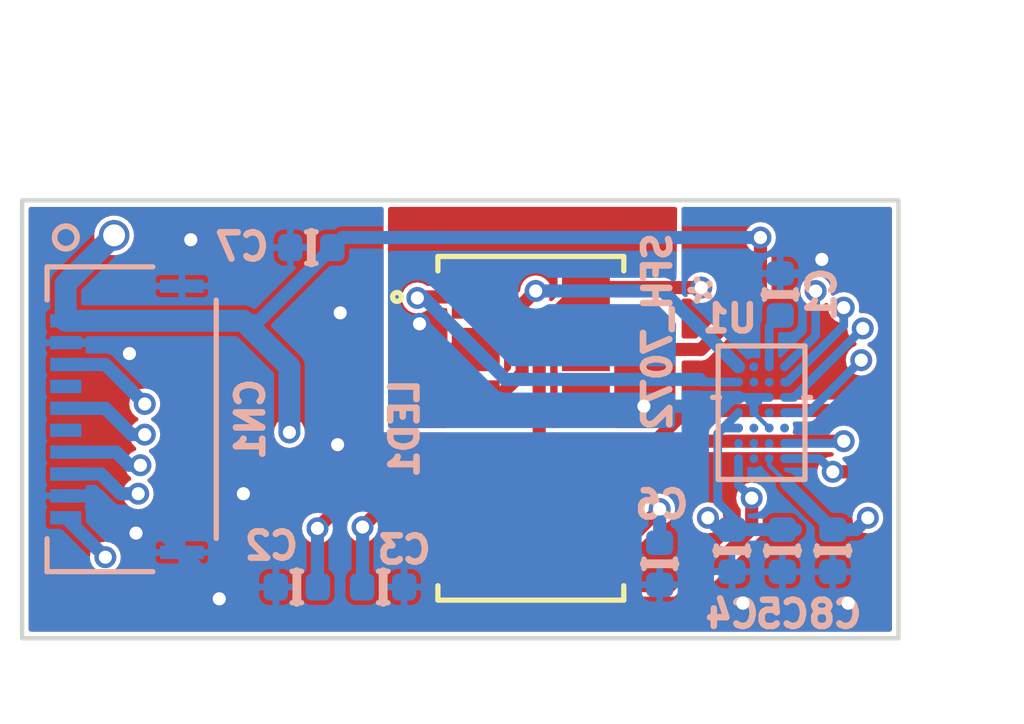
<source format=kicad_pcb>
(kicad_pcb (version 20211014) (generator pcbnew)
  (layers (0 "F.Cu" signal) (1 "In1.Cu" signal) (2 "In2.Cu" signal) (31 "B.Cu" signal) (34 "B.Paste" user) (35 "F.Paste" user) (36 "B.SilkS" user "B.Silkscreen") (37 "F.SilkS" user "F.Silkscreen") (38 "B.Mask" user) (39 "F.Mask" user) (44 "Edge.Cuts" user))
  (net 0 "")
  (net 1 "Net-(C1-Pad1)")
  (net 2 "U_GND")
  (net 3 "+1V8")
  (net 4 "VPP_3_3V")
  (net 5 "/PPG_SCLK")
  (net 6 "/PPG_MISO")
  (net 8 "/PPG_MOSI")
  (net 10 "/PPG_CS")
  (net 11 "/PD2_IN")
  (net 12 "/PD1_IN")
  (net 13 "/LED4_DRV")
  (net 14 "/LED9_DRV")
  (net 15 "/LED3_DRV")
  (net 24 "/PD3_IN")
  (footprint "User_library:SFH 7072" (layer "F.Cu") (at 126.61 60.20635)
    (fp_text reference "LED1" (at -2.88 0.00365 90) (layer "B.SilkS") (effects (font (size 0.6 0.6)) (justify mirror)))
    (fp_text value "SFH_7072" (at 2.89 -2.20635 90) (layer "B.SilkS") (effects (font (size 0.6 0.6)) (justify mirror)))
    (fp_line (start 2.1209 3.9243) (end 2.1209 3.594846) (layer "F.SilkS") (width 0.12))
    (fp_line (start -2.1209 -3.9243) (end -2.1209 -3.594846) (layer "F.SilkS") (width 0.12))
    (fp_line (start -2.1209 3.9243) (end 2.1209 3.9243) (layer "F.SilkS") (width 0.12))
    (fp_line (start 2.1209 -3.594849) (end 2.1209 -3.9243) (layer "F.SilkS") (width 0.12))
    (fp_line (start 2.1209 -3.9243) (end -2.1209 -3.9243) (layer "F.SilkS") (width 0.12))
    (fp_line (start -2.1209 3.594849) (end -2.1209 3.9243) (layer "F.SilkS") (width 0.12))
    (fp_circle (center -3.0542 -2.999999) (end -2.9526 -2.999999) (layer "F.SilkS") (width 0.12) (fill none))
    (pad "1" smd rect (at -1.2573 -2.999999) (size 1.0922 0.9906) (layers "F.Cu" "F.Paste" "F.Mask") (net 11 "/PD2_IN"))
    (pad "2" smd rect (at -1.2573 -1.799999) (size 1.0922 0.9906) (layers "F.Cu" "F.Paste" "F.Mask") (net 2 "U_GND"))
    (pad "3" smd rect (at -1.2573 -0.599999) (size 1.0922 0.9906) (layers "F.Cu" "F.Paste" "F.Mask") (net 12 "/PD1_IN"))
    (pad "4" smd rect (at -1.2573 0.600001) (size 1.0922 0.9906) (layers "F.Cu" "F.Paste" "F.Mask") (net 4 "VPP_3_3V"))
    (pad "5" smd rect (at -1.2573 1.800001) (size 1.0922 0.9906) (layers "F.Cu" "F.Paste" "F.Mask") (net 4 "VPP_3_3V"))
    (pad "6" smd rect (at -1.2573 3.000002) (size 1.0922 0.9906) (layers "F.Cu" "F.Paste" "F.Mask") (net 13 "/LED4_DRV"))
    (pad "7" smd rect (at 1.2573 2.999999) (size 1.0922 0.9906) (layers "F.Cu" "F.Paste" "F.Mask") (net 4 "VPP_3_3V"))
    (pad "8" smd rect (at 1.2573 1.799999) (size 1.0922 0.9906) (layers "F.Cu" "F.Paste" "F.Mask") (net 14 "/LED9_DRV"))
    (pad "9" smd rect (at 1.2573 0.599999) (size 1.0922 0.9906) (layers "F.Cu" "F.Paste" "F.Mask") (net 15 "/LED3_DRV"))
    (pad "10" smd rect (at 1.2573 -0.600001) (size 1.0922 0.9906) (layers "F.Cu" "F.Paste" "F.Mask") (net 2 "U_GND"))
    (pad "11" smd rect (at 1.2573 -1.800001) (size 1.0922 0.9906) (layers "F.Cu" "F.Paste" "F.Mask") (net 4 "VPP_3_3V"))
    (pad "12" smd rect (at 1.2573 -3.000002) (size 1.0922 0.9906) (layers "F.Cu" "F.Paste" "F.Mask") (net 13 "/LED4_DRV"))
  )
  (footprint "User_library:UL_C_0402_1005Metric" (layer "B.Cu") (at 133.5 63 -90)
    (fp_text reference "C8" (at 1.45 -0.05 180) (layer "B.SilkS") (effects (font (size 0.6 0.6)) (justify mirror)))
    (fp_text value "10u")
    (fp_line (start 0 0.35) (end 0 -0.35) (layer "B.SilkS") (width 0.2))
    (fp_line (start -0.107836 0.36) (end 0.107836 0.36) (layer "B.SilkS") (width 0.12))
    (fp_line (start -0.107836 -0.36) (end 0.107836 -0.36) (layer "B.SilkS") (width 0.12))
    (pad "1" smd roundrect locked (at -0.48 0 270) (size 0.56 0.62) (layers "B.Cu" "B.Paste" "B.Mask") (net 4 "VPP_3_3V"))
    (pad "2" smd roundrect locked (at 0.48 0 270) (size 0.56 0.62) (layers "B.Cu" "B.Paste" "B.Mask") (net 2 "U_GND"))
  )
  (footprint "User_library:UL_C_0402_1005Metric" (layer "B.Cu") (at 131.2 63 -90)
    (fp_text reference "C4" (at 1.45 0 180) (layer "B.SilkS") (effects (font (size 0.6 0.6)) (justify mirror)))
    (fp_text value "10u")
    (fp_line (start 0 0.35) (end 0 -0.35) (layer "B.SilkS") (width 0.2))
    (fp_line (start -0.107836 -0.36) (end 0.107836 -0.36) (layer "B.SilkS") (width 0.12))
    (fp_line (start -0.107836 0.36) (end 0.107836 0.36) (layer "B.SilkS") (width 0.12))
    (pad "1" smd roundrect locked (at -0.48 0 270) (size 0.56 0.62) (layers "B.Cu" "B.Paste" "B.Mask") (net 3 "+1V8"))
    (pad "2" smd roundrect locked (at 0.48 0 270) (size 0.56 0.62) (layers "B.Cu" "B.Paste" "B.Mask") (net 2 "U_GND"))
  )
  (footprint "User_library:UL_C_0402_1005Metric" (layer "B.Cu") (at 132.3 57.15 90)
    (fp_text reference "C1" (at 0 0.95 90) (layer "B.SilkS") (effects (font (size 0.6 0.6)) (justify mirror)))
    (fp_text value "1u")
    (fp_line (start -0.107836 0.36) (end 0.107836 0.36) (layer "B.SilkS") (width 0.12))
    (fp_line (start -0.107836 -0.36) (end 0.107836 -0.36) (layer "B.SilkS") (width 0.12))
    (fp_line (start 0 0.35) (end 0 -0.35) (layer "B.SilkS") (width 0.2))
    (pad "1" smd roundrect locked (at -0.48 0 90) (size 0.56 0.62) (layers "B.Cu" "B.Paste" "B.Mask") (net 1 "Net-(C1-Pad1)"))
    (pad "2" smd roundrect locked (at 0.48 0 90) (size 0.56 0.62) (layers "B.Cu" "B.Paste" "B.Mask") (net 2 "U_GND"))
  )
  (footprint "User_library:UL_C_0402_1005Metric" (layer "B.Cu") (at 121.6 56.08 180)
    (fp_text reference "C7" (at 1.58 0.02) (layer "B.SilkS") (effects (font (size 0.6 0.6)) (justify mirror)))
    (fp_text value "22u")
    (fp_line (start -0.107836 -0.36) (end 0.107836 -0.36) (layer "B.SilkS") (width 0.12))
    (fp_line (start -0.107836 0.36) (end 0.107836 0.36) (layer "B.SilkS") (width 0.12))
    (fp_line (start 0 0.35) (end 0 -0.35) (layer "B.SilkS") (width 0.2))
    (pad "1" smd roundrect locked (at -0.48 0 180) (size 0.56 0.62) (layers "B.Cu" "B.Paste" "B.Mask") (net 4 "VPP_3_3V"))
    (pad "2" smd roundrect locked (at 0.48 0 180) (size 0.56 0.62) (layers "B.Cu" "B.Paste" "B.Mask") (net 2 "U_GND"))
  )
  (footprint "User_library:UL_C_0402_1005Metric" (layer "B.Cu") (at 123.24 63.83)
    (fp_text reference "C3" (at 0.48 -0.85) (layer "B.SilkS") (effects (font (size 0.6 0.6)) (justify mirror)))
    (fp_text value "22u")
    (fp_line (start 0 0.35) (end 0 -0.35) (layer "B.SilkS") (width 0.2))
    (fp_line (start -0.107836 0.36) (end 0.107836 0.36) (layer "B.SilkS") (width 0.12))
    (fp_line (start -0.107836 -0.36) (end 0.107836 -0.36) (layer "B.SilkS") (width 0.12))
    (pad "1" smd roundrect locked (at -0.48 0) (size 0.56 0.62) (layers "B.Cu" "B.Paste" "B.Mask") (net 4 "VPP_3_3V"))
    (pad "2" smd roundrect locked (at 0.48 0) (size 0.56 0.62) (layers "B.Cu" "B.Paste" "B.Mask") (net 2 "U_GND"))
  )
  (footprint "User_library:UL_C_0402_1005Metric" (layer "B.Cu") (at 132.35 63 -90)
    (fp_text reference "C5" (at 1.45 0 180) (layer "B.SilkS") (effects (font (size 0.6 0.6)) (justify mirror)))
    (fp_text value "0.1u")
    (fp_line (start -0.107836 -0.36) (end 0.107836 -0.36) (layer "B.SilkS") (width 0.12))
    (fp_line (start 0 0.35) (end 0 -0.35) (layer "B.SilkS") (width 0.2))
    (fp_line (start -0.107836 0.36) (end 0.107836 0.36) (layer "B.SilkS") (width 0.12))
    (pad "1" smd roundrect locked (at -0.48 0 270) (size 0.56 0.62) (layers "B.Cu" "B.Paste" "B.Mask") (net 3 "+1V8"))
    (pad "2" smd roundrect locked (at 0.48 0 270) (size 0.56 0.62) (layers "B.Cu" "B.Paste" "B.Mask") (net 2 "U_GND"))
  )
  (footprint "User_library:UL_C_0402_1005Metric" (layer "B.Cu") (at 129.55 63.3 -90)
    (fp_text reference "C6" (at -1.35 -0.05 -180) (layer "B.SilkS") (effects (font (size 0.6 0.6)) (justify mirror)))
    (fp_text value "22u")
    (fp_line (start 0 0.35) (end 0 -0.35) (layer "B.SilkS") (width 0.2))
    (fp_line (start -0.107836 0.36) (end 0.107836 0.36) (layer "B.SilkS") (width 0.12))
    (fp_line (start -0.107836 -0.36) (end 0.107836 -0.36) (layer "B.SilkS") (width 0.12))
    (pad "1" smd roundrect locked (at -0.48 0 270) (size 0.56 0.62) (layers "B.Cu" "B.Paste" "B.Mask") (net 4 "VPP_3_3V"))
    (pad "2" smd roundrect locked (at 0.48 0 270) (size 0.56 0.62) (layers "B.Cu" "B.Paste" "B.Mask") (net 2 "U_GND"))
  )
  (footprint "User_library:MAX86171ENI&plus_" (layer "B.Cu") (at 131.875 59.85 90)
    (fp_text reference "U1" (at 2.15 -0.725 180) (layer "B.SilkS") (effects (font (size 0.6 0.6)) (justify mirror)))
    (fp_text value "MAX86171ENI+" hide)
    (fp_text user "*" (at 2.8 -1.075 90) (layer "B.SilkS") (effects (justify mirror)))
    (fp_line (start 0.350012 0.95934) (end 0.350012 1.1176) (layer "B.SilkS") (width 0.12))
    (fp_line (start 0.350012 -0.95934) (end 0.350012 -1.1176) (layer "B.SilkS") (width 0.12))
    (fp_line (start -1.524 -0.9906) (end 1.524 -0.9906) (layer "B.SilkS") (width 0.12))
    (fp_line (start 1.524 -0.9906) (end 1.524 0.9906) (layer "B.SilkS") (width 0.12))
    (fp_line (start -1.524 0.9906) (end -1.524 -0.9906) (layer "B.SilkS") (width 0.12))
    (fp_line (start 1.524 0.9906) (end -1.524 0.9906) (layer "B.SilkS") (width 0.12))
    (pad "A1" smd circle (at -1.05 0.525 90) (size 0.2032 0.2032) (layers "B.Cu" "B.Paste" "B.Mask") (net 15 "/LED3_DRV"))
    (pad "A2" smd circle (at -0.7 0.525 90) (size 0.2032 0.2032) (layers "B.Cu" "B.Paste" "B.Mask") (net 14 "/LED9_DRV"))
    (pad "A3" smd circle (at -0.35 0.525 90) (size 0.2032 0.2032) (layers "B.Cu" "B.Paste" "B.Mask"))
    (pad "A4" smd circle (at 0 0.525 90) (size 0.2032 0.2032) (layers "B.Cu" "B.Paste" "B.Mask") (net 5 "/PPG_SCLK"))
    (pad "A5" smd circle (at 0.35 0.525 90) (size 0.2032 0.2032) (layers "B.Cu" "B.Paste" "B.Mask") (net 6 "/PPG_MISO"))
    (pad "A6" smd circle (at 0.7 0.525 90) (size 0.2032 0.2032) (layers "B.Cu" "B.Paste" "B.Mask") (net 8 "/PPG_MOSI"))
    (pad "A7" smd circle (at 1.05 0.525 90) (size 0.2032 0.2032) (layers "B.Cu" "B.Paste" "B.Mask") (net 10 "/PPG_CS"))
    (pad "B1" smd circle (at -1.05 0.175 90) (size 0.2032 0.2032) (layers "B.Cu" "B.Paste" "B.Mask") (net 4 "VPP_3_3V"))
    (pad "B2" smd circle (at -0.7 0.175 90) (size 0.2032 0.2032) (layers "B.Cu" "B.Paste" "B.Mask"))
    (pad "B3" smd circle (at -0.35 0.175 90) (size 0.2032 0.2032) (layers "B.Cu" "B.Paste" "B.Mask") (net 2 "U_GND"))
    (pad "B4" smd circle (at 0 0.175 90) (size 0.2032 0.2032) (layers "B.Cu" "B.Paste" "B.Mask"))
    (pad "B5" smd circle (at 0.35 0.175 90) (size 0.2032 0.2032) (layers "B.Cu" "B.Paste" "B.Mask") (net 2 "U_GND"))
    (pad "B6" smd circle (at 0.7 0.175 90) (size 0.2032 0.2032) (layers "B.Cu" "B.Paste" "B.Mask"))
    (pad "B7" smd circle (at 1.05 0.175 90) (size 0.2032 0.2032) (layers "B.Cu" "B.Paste" "B.Mask") (net 1 "Net-(C1-Pad1)"))
    (pad "C1" smd circle (at -1.05 -0.175 90) (size 0.2032 0.2032) (layers "B.Cu" "B.Paste" "B.Mask"))
    (pad "C2" smd circle (at -0.7 -0.175 90) (size 0.2032 0.2032) (layers "B.Cu" "B.Paste" "B.Mask"))
    (pad "C3" smd circle (at -0.35 -0.175 90) (size 0.2032 0.2032) (layers "B.Cu" "B.Paste" "B.Mask"))
    (pad "C4" smd circle (at 0 -0.175 90) (size 0.2032 0.2032) (layers "B.Cu" "B.Paste" "B.Mask") (net 2 "U_GND"))
    (pad "C5" smd circle (at 0.35 -0.175 90) (size 0.2032 0.2032) (layers "B.Cu" "B.Paste" "B.Mask") (net 2 "U_GND"))
    (pad "C6" smd circle (at 0.7 -0.175 90) (size 0.2032 0.2032) (layers "B.Cu" "B.Paste" "B.Mask"))
    (pad "C7" smd circle (at 1.05 -0.175 90) (size 0.2032 0.2032) (layers "B.Cu" "B.Paste" "B.Mask") (net 24 "/PD3_IN"))
    (pad "D1" smd circle (at -1.05 -0.525 90) (size 0.2032 0.2032) (layers "B.Cu" "B.Paste" "B.Mask") (net 13 "/LED4_DRV"))
    (pad "D2" smd circle (at -0.7 -0.525 90) (size 0.2032 0.2032) (layers "B.Cu" "B.Paste" "B.Mask"))
    (pad "D3" smd circle (at -0.35 -0.525 90) (size 0.2032 0.2032) (layers "B.Cu" "B.Paste" "B.Mask") (net 3 "+1V8"))
    (pad "D4" smd circle (at 0 -0.525 90) (size 0.2032 0.2032) (layers "B.Cu" "B.Paste" "B.Mask") (net 3 "+1V8"))
    (pad "D5" smd circle (at 0.35 -0.525 90) (size 0.2032 0.2032) (layers "B.Cu" "B.Paste" "B.Mask") (net 2 "U_GND"))
    (pad "D6" smd circle (at 0.7 -0.525 90) (size 0.2032 0.2032) (layers "B.Cu" "B.Paste" "B.Mask") (net 11 "/PD2_IN"))
    (pad "D7" smd circle (at 1.05 -0.525 90) (size 0.2032 0.2032) (layers "B.Cu" "B.Paste" "B.Mask") (net 12 "/PD1_IN"))
  )
  (footprint "User_library:UL_C_0402_1005Metric" (layer "B.Cu") (at 121.27 63.83 180)
    (fp_text reference "C2" (at 0.58 0.94) (layer "B.SilkS") (effects (font (size 0.6 0.6)) (justify mirror)))
    (fp_text value "22u")
    (fp_line (start -0.107836 0.36) (end 0.107836 0.36) (layer "B.SilkS") (width 0.12))
    (fp_line (start -0.107836 -0.36) (end 0.107836 -0.36) (layer "B.SilkS") (width 0.12))
    (fp_line (start 0 0.35) (end 0 -0.35) (layer "B.SilkS") (width 0.2))
    (pad "1" smd roundrect locked (at -0.48 0 180) (size 0.56 0.62) (layers "B.Cu" "B.Paste" "B.Mask") (net 4 "VPP_3_3V"))
    (pad "2" smd roundrect locked (at 0.48 0 180) (size 0.56 0.62) (layers "B.Cu" "B.Paste" "B.Mask") (net 2 "U_GND"))
  )
  (footprint "User_library:503480-1000" (layer "B.Cu") (at 117.5 60 -90)
    (fp_text reference "CN1" (at 0 -2.71 90) (layer "B.SilkS") (effects (font (size 0.6 0.6)) (justify mirror)))
    (fp_text value "503480-1000")
    (fp_line (start 3.4798 -0.483615) (end 3.4798 1.9304) (layer "B.SilkS") (width 0.12))
    (fp_line (start -2.721821 -1.9304) (end 2.721821 -1.9304) (layer "B.SilkS") (width 0.12))
    (fp_line (start -2.72739 1.9304) (end -3.4798 1.9304) (layer "B.SilkS") (width 0.12))
    (fp_line (start 3.4798 1.9304) (end 2.72739 1.9304) (layer "B.SilkS") (width 0.12))
    (fp_line (start -3.4798 1.9304) (end -3.4798 -0.483615) (layer "B.SilkS") (width 0.12))
    (fp_circle (center -4.1578 1.5) (end -3.9 1.5) (layer "B.SilkS") (width 0.12) (fill none))
    (fp_circle (center -4.15 1.5034) (end -3.8922 1.5) (layer "F.SilkS") (width 0.12) (fill none))
    (pad "1" smd rect locked (at -2.250001 1.5034 270) (size 0.3048 0.7112) (layers "B.Cu" "B.Paste" "B.Mask") (net 4 "VPP_3_3V"))
    (pad "2" smd rect locked (at -1.749999 1.5034 270) (size 0.3048 0.7112) (layers "B.Cu" "B.Paste" "B.Mask") (net 2 "U_GND"))
    (pad "3" smd rect locked (at -1.25 1.5034 270) (size 0.3048 0.7112) (layers "B.Cu" "B.Paste" "B.Mask") (net 10 "/PPG_CS"))
    (pad "4" smd rect locked (at -0.750001 1.5034 270) (size 0.3048 0.7112) (layers "B.Cu" "B.Paste" "B.Mask"))
    (pad "5" smd rect locked (at -0.25 1.5034 270) (size 0.3048 0.7112) (layers "B.Cu" "B.Paste" "B.Mask") (net 8 "/PPG_MOSI"))
    (pad "6" smd rect locked (at 0.25 1.5034 270) (size 0.3048 0.7112) (layers "B.Cu" "B.Paste" "B.Mask"))
    (pad "7" smd rect locked (at 0.750001 1.5034 270) (size 0.3048 0.7112) (layers "B.Cu" "B.Paste" "B.Mask") (net 6 "/PPG_MISO"))
    (pad "8" smd rect locked (at 1.25 1.5034 270) (size 0.3048 0.7112) (layers "B.Cu" "B.Paste" "B.Mask") (net 5 "/PPG_SCLK"))
    (pad "9" smd rect locked (at 1.749999 1.5034 270) (size 0.3048 0.7112) (layers "B.Cu" "B.Paste" "B.Mask") (net 2 "U_GND"))
    (pad "10" smd rect locked (at 2.250001 1.5034 270) (size 0.3048 0.7112) (layers "B.Cu" "B.Paste" "B.Mask") (net 3 "+1V8"))
    (pad "11" smd rect locked (at -3.040002 -1.1466 270) (size 0.3048 0.9906) (layers "B.Cu" "B.Paste" "B.Mask") (net 2 "U_GND"))
    (pad "12" smd rect locked (at 3.040002 -1.1466 270) (size 0.3048 0.9906) (layers "B.Cu" "B.Paste" "B.Mask") (net 2 "U_GND"))
  )
  (gr_rect (start 115 55) (end 135 65) (layer "Edge.Cuts") (width 0.1) (fill none))
  (segment (start 132.05 57.88) (end 132.3 57.63) (width 0.2) (layer "B.Cu") (net 1))
  (segment (start 132.05 58.8) (end 132.05 57.88) (width 0.2) (layer "B.Cu") (net 1))
  (segment (start 124.656351 58.406351) (end 125.3527 58.406351) (width 0.3) (layer "F.Cu") (net 2))
  (segment (start 124.07 57.82) (end 124.656351 58.406351) (width 0.3) (layer "F.Cu") (net 2))
  (segment (start 127.8673 59.606349) (end 129.096349 59.606349) (width 0.3) (layer "F.Cu") (net 2))
  (segment (start 129.096349 59.606349) (end 129.19 59.7) (width 0.3) (layer "F.Cu") (net 2))
  (via (at 133.85 64.2) (size 0.5) (drill 0.3) (layers "F.Cu" "B.Cu") (net 2))
  (via (at 124.07 57.82) (size 0.5) (drill 0.3) (layers "F.Cu" "B.Cu") (net 2))
  (via (at 122.26 57.57) (size 0.5) (drill 0.3) (layers "F.Cu" "B.Cu") (net 2))
  (via (at 133.25 56.35) (size 0.5) (drill 0.3) (layers "F.Cu" "B.Cu") (net 2))
  (via (at 119.5 64.1) (size 0.5) (drill 0.3) (layers "F.Cu" "B.Cu") (net 2))
  (via (at 118.85 55.9) (size 0.5) (drill 0.3) (layers "F.Cu" "B.Cu") (net 2))
  (via (at 117.6 62.6) (size 0.5) (drill 0.3) (layers "F.Cu" "B.Cu") (net 2))
  (via (at 131.45 64.2) (size 0.5) (drill 0.3) (layers "F.Cu" "B.Cu") (net 2))
  (via (at 117.45 58.5) (size 0.5) (drill 0.3) (layers "F.Cu" "B.Cu") (net 2))
  (via (at 129.19 59.7) (size 0.5) (drill 0.3) (layers "F.Cu" "B.Cu") (net 2))
  (via (at 120.05 61.7) (size 0.5) (drill 0.3) (layers "F.Cu" "B.Cu") (net 2))
  (via (at 122.2 60.58) (size 0.5) (drill 0.3) (layers "F.Cu" "B.Cu") (net 2))
  (segment (start 133.25 56.35) (end 132.93 56.67) (width 0.2) (layer "B.Cu") (net 2))
  (segment (start 117.6 62.6) (end 118.206598 62.6) (width 0.3) (layer "B.Cu") (net 2))
  (segment (start 131.200864 59.5) (end 131.000864 59.7) (width 0.3) (layer "B.Cu") (net 2))
  (segment (start 131.35 59.5) (end 131.200864 59.5) (width 0.3) (layer "B.Cu") (net 2))
  (segment (start 117.599136 62.6) (end 117.6 62.6) (width 0.3) (layer "B.Cu") (net 2))
  (segment (start 131.7 59.85) (end 131.7 59.5) (width 0.2) (layer "B.Cu") (net 2))
  (segment (start 131.000864 59.7) (end 129.19 59.7) (width 0.3) (layer "B.Cu") (net 2))
  (segment (start 119.5 63.893402) (end 118.6466 63.040002) (width 0.3) (layer "B.Cu") (net 2))
  (segment (start 117.200001 58.250001) (end 115.9966 58.250001) (width 0.2) (layer "B.Cu") (net 2))
  (segment (start 131.35 59.5) (end 131.7 59.5) (width 0.2) (layer "B.Cu") (net 2))
  (segment (start 120.05 61.7) (end 120.05 61.1) (width 0.3) (layer "B.Cu") (net 2))
  (segment (start 124.07 57.82) (end 125.95 59.7) (width 0.3) (layer "B.Cu") (net 2))
  (segment (start 132.93 56.67) (end 132.35 56.67) (width 0.2) (layer "B.Cu") (net 2))
  (segment (start 116.749135 61.749999) (end 117.599136 62.6) (width 0.3) (layer "B.Cu") (net 2))
  (segment (start 125.95 59.7) (end 129.19 59.7) (width 0.3) (layer "B.Cu") (net 2))
  (segment (start 119.5 64.1) (end 119.5 63.893402) (width 0.3) (layer "B.Cu") (net 2))
  (segment (start 131.7 59.5) (end 132.05 59.5) (width 0.2) (layer "B.Cu") (net 2))
  (segment (start 132.05 60.2) (end 131.7 59.85) (width 0.1) (layer "B.Cu") (net 2))
  (segment (start 120.05 61.1) (end 117.45 58.5) (width 0.3) (layer "B.Cu") (net 2))
  (segment (start 117.45 58.5) (end 117.200001 58.250001) (width 0.2) (layer "B.Cu") (net 2))
  (segment (start 115.9966 61.749999) (end 116.749135 61.749999) (width 0.3) (layer "B.Cu") (net 2))
  (segment (start 118.206598 62.6) (end 118.6466 63.040002) (width 0.3) (layer "B.Cu") (net 2))
  (via (at 130.65 62.25) (size 0.5) (drill 0.3) (layers "F.Cu" "B.Cu") (net 3))
  (via (at 116.9 63.15) (size 0.5) (drill 0.3) (layers "F.Cu" "B.Cu") (net 3))
  (segment (start 116.9 63.15) (end 116.000001 62.250001) (width 0.3) (layer "B.Cu") (net 3))
  (segment (start 130.92 62.52) (end 131.5 62.52) (width 0.3) (layer "B.Cu") (net 3))
  (segment (start 130.875 60.325) (end 130.875 61.895) (width 0.2) (layer "B.Cu") (net 3))
  (segment (start 116.000001 62.250001) (end 115.9966 62.250001) (width 0.3) (layer "B.Cu") (net 3))
  (segment (start 130.875 61.895) (end 131.5 62.52) (width 0.2) (layer "B.Cu") (net 3))
  (segment (start 130.875 60.325) (end 131.35 59.85) (width 0.2) (layer "B.Cu") (net 3))
  (segment (start 130.65 62.25) (end 130.92 62.52) (width 0.3) (layer "B.Cu") (net 3))
  (segment (start 131.5 62.52) (end 132.65 62.52) (width 0.3) (layer "B.Cu") (net 3))
  (segment (start 131.35 60.2) (end 131 60.2) (width 0.2) (layer "B.Cu") (net 3))
  (segment (start 128.393651 63.206349) (end 129.55 62.05) (width 0.3) (layer "F.Cu") (net 4))
  (segment (start 131.85 57.04952) (end 131.85 55.85) (width 0.3) (layer "F.Cu") (net 4))
  (segment (start 127.8673 63.206349) (end 128.393651 63.206349) (width 0.3) (layer "F.Cu") (net 4))
  (segment (start 130.493171 58.406349) (end 131.85 57.04952) (width 0.3) (layer "F.Cu") (net 4))
  (segment (start 127.8673 58.406349) (end 130.493171 58.406349) (width 0.3) (layer "F.Cu") (net 4))
  (segment (start 123.223649 62.006351) (end 125.3527 62.006351) (width 0.3) (layer "F.Cu") (net 4))
  (segment (start 121.74 62.49) (end 123.423649 60.806351) (width 0.3) (layer "F.Cu") (net 4))
  (segment (start 123.423649 60.806351) (end 125.3527 60.806351) (width 0.3) (layer "F.Cu") (net 4))
  (segment (start 122.77 62.46) (end 123.223649 62.006351) (width 0.3) (layer "F.Cu") (net 4))
  (via (at 121.1 60.3) (size 0.5) (drill 0.3) (layers "F.Cu" "B.Cu") (net 4))
  (via (at 131.85 55.85) (size 0.5) (drill 0.3) (layers "F.Cu" "B.Cu") (net 4))
  (via (at 129.55 62.05) (size 0.5) (drill 0.3) (layers "F.Cu" "B.Cu") (net 4))
  (via (at 121.74 62.49) (size 0.5) (drill 0.3) (layers "F.Cu" "B.Cu") (net 4))
  (via (at 122.77 62.46) (size 0.5) (drill 0.3) (layers "F.Cu" "B.Cu") (net 4))
  (via (at 117.1 55.8) (size 0.7) (drill 0.5) (layers "F.Cu" "B.Cu") (net 4))
  (via (at 134.3 62.25) (size 0.5) (drill 0.3) (layers "F.Cu" "B.Cu") (net 4))
  (segment (start 115.9966 56.9034) (end 115.9966 57.749999) (width 0.5) (layer "B.Cu") (net 4))
  (segment (start 120.410001 57.749999) (end 122.31 55.85) (width 0.3) (layer "B.Cu") (net 4))
  (segment (start 129.55 62.05) (end 129.55 62.82) (width 0.3) (layer "B.Cu") (net 4))
  (segment (start 132.45 61.47) (end 133.5 62.52) (width 0.3) (layer "B.Cu") (net 4))
  (segment (start 115.9966 57.749999) (end 120.049999 57.749999) (width 0.5) (layer "B.Cu") (net 4))
  (segment (start 122.31 55.85) (end 131.85 55.85) (width 0.3) (layer "B.Cu") (net 4))
  (segment (start 120.049999 57.749999) (end 121.1 58.8) (width 0.5) (layer "B.Cu") (net 4))
  (segment (start 121.74 62.49) (end 121.74 63.82) (width 0.3) (layer "B.Cu") (net 4))
  (segment (start 132.05 61.05) (end 132.05 60.9) (width 0.1) (layer "B.Cu") (net 4))
  (segment (start 120.049999 57.749999) (end 120.410001 57.749999) (width 0.3) (layer "B.Cu") (net 4))
  (segment (start 121.74 63.82) (end 121.75 63.83) (width 0.3) (layer "B.Cu") (net 4))
  (segment (start 122.77 63.82) (end 122.76 63.83) (width 0.3) (layer "B.Cu") (net 4))
  (segment (start 122.77 62.46) (end 122.77 63.82) (width 0.3) (layer "B.Cu") (net 4))
  (segment (start 134.3 62.25) (end 134.03 62.52) (width 0.3) (layer "B.Cu") (net 4))
  (segment (start 117.1 55.8) (end 115.9966 56.9034) (width 0.5) (layer "B.Cu") (net 4))
  (segment (start 134.03 62.52) (end 133.5 62.52) (width 0.3) (layer "B.Cu") (net 4))
  (segment (start 121.1 58.8) (end 121.1 60.3) (width 0.5) (layer "B.Cu") (net 4))
  (segment (start 132.45 61.45) (end 132.05 61.05) (width 0.1) (layer "B.Cu") (net 4))
  (via (at 117.65 61.7) (size 0.5) (drill 0.3) (layers "F.Cu" "B.Cu") (net 5))
  (via (at 134.15 58.65) (size 0.5) (drill 0.3) (layers "F.Cu" "B.Cu") (net 5))
  (segment (start 134.15 58.65) (end 132.95 59.85) (width 0.2) (layer "B.Cu") (net 5))
  (segment (start 117.25 61.7) (end 116.8 61.25) (width 0.3) (layer "B.Cu") (net 5))
  (segment (start 132.95 59.85) (end 132.4 59.85) (width 0.2) (layer "B.Cu") (net 5))
  (segment (start 117.65 61.7) (end 117.25 61.7) (width 0.3) (layer "B.Cu") (net 5))
  (segment (start 116.8 61.25) (end 115.9966 61.25) (width 0.3) (layer "B.Cu") (net 5))
  (via (at 134.184753 57.926118) (size 0.5) (drill 0.3) (layers "F.Cu" "B.Cu") (net 6))
  (via (at 117.7 61.05) (size 0.5) (drill 0.3) (layers "F.Cu" "B.Cu") (net 6))
  (segment (start 117.150001 60.750001) (end 115.9966 60.750001) (width 0.3) (layer "B.Cu") (net 6))
  (segment (start 134.184753 57.926118) (end 132.610871 59.5) (width 0.2) (layer "B.Cu") (net 6))
  (segment (start 117.7 61.05) (end 117.45 61.05) (width 0.3) (layer "B.Cu") (net 6))
  (segment (start 132.610871 59.5) (end 132.4 59.5) (width 0.2) (layer "B.Cu") (net 6))
  (segment (start 117.45 61.05) (end 117.150001 60.750001) (width 0.3) (layer "B.Cu") (net 6))
  (via (at 117.8 60.35) (size 0.5) (drill 0.3) (layers "F.Cu" "B.Cu") (net 8))
  (via (at 133.75 57.45) (size 0.5) (drill 0.3) (layers "F.Cu" "B.Cu") (net 8))
  (segment (start 116.9 59.75) (end 115.9966 59.75) (width 0.3) (layer "B.Cu") (net 8))
  (segment (start 133.75 57.45) (end 133.75 57.861694) (width 0.2) (layer "B.Cu") (net 8))
  (segment (start 133.75 57.861694) (end 132.461694 59.15) (width 0.2) (layer "B.Cu") (net 8))
  (segment (start 117.8 60.35) (end 117.5 60.35) (width 0.3) (layer "B.Cu") (net 8))
  (segment (start 117.5 60.35) (end 116.9 59.75) (width 0.3) (layer "B.Cu") (net 8))
  (segment (start 132.461694 59.15) (end 132.4 59.15) (width 0.2) (layer "B.Cu") (net 8))
  (via (at 133.109477 57.071184) (size 0.5) (drill 0.3) (layers "F.Cu" "B.Cu") (net 10))
  (via (at 117.8 59.65) (size 0.5) (drill 0.3) (layers "F.Cu" "B.Cu") (net 10))
  (segment (start 133.109477 58.090523) (end 132.4 58.8) (width 0.2) (layer "B.Cu") (net 10))
  (segment (start 115.9966 58.75) (end 116.9 58.75) (width 0.3) (layer "B.Cu") (net 10))
  (segment (start 116.9 58.75) (end 117.8 59.65) (width 0.3) (layer "B.Cu") (net 10))
  (segment (start 133.109477 57.071184) (end 133.109477 58.090523) (width 0.2) (layer "B.Cu") (net 10))
  (segment (start 124.043649 57.206351) (end 125.3527 57.206351) (width 0.3) (layer "F.Cu") (net 11))
  (segment (start 124.02 57.23) (end 124.043649 57.206351) (width 0.3) (layer "F.Cu") (net 11))
  (via (at 124.02 57.23) (size 0.5) (drill 0.3) (layers "F.Cu" "B.Cu") (net 11))
  (segment (start 124.02 57.23) (end 124.172274 57.23) (width 0.3) (layer "B.Cu") (net 11))
  (segment (start 126.032274 59.09) (end 130.47 59.09) (width 0.3) (layer "B.Cu") (net 11))
  (segment (start 130.53 59.15) (end 131.35 59.15) (width 0.2) (layer "B.Cu") (net 11))
  (segment (start 124.172274 57.23) (end 126.032274 59.09) (width 0.3) (layer "B.Cu") (net 11))
  (segment (start 130.47 59.09) (end 130.53 59.15) (width 0.2) (layer "B.Cu") (net 11))
  (segment (start 126.41048 57.37952) (end 126.41048 58.94952) (width 0.3) (layer "F.Cu") (net 12))
  (segment (start 126.72 57.07) (end 126.41048 57.37952) (width 0.3) (layer "F.Cu") (net 12))
  (segment (start 126.41048 58.94952) (end 125.753649 59.606351) (width 0.3) (layer "F.Cu") (net 12))
  (segment (start 125.753649 59.606351) (end 125.3527 59.606351) (width 0.3) (layer "F.Cu") (net 12))
  (via (at 126.72 57.07) (size 0.5) (drill 0.3) (layers "F.Cu" "B.Cu") (net 12))
  (segment (start 129.62 57.07) (end 131.35 58.8) (width 0.3) (layer "B.Cu") (net 12))
  (segment (start 126.72 57.07) (end 129.62 57.07) (width 0.3) (layer "B.Cu") (net 12))
  (segment (start 126.346348 64.2) (end 129.95 64.2) (width 0.3) (layer "F.Cu") (net 13))
  (segment (start 129.95 64.2) (end 131.65 62.5) (width 0.3) (layer "F.Cu") (net 13))
  (segment (start 130.5 56.991941) (end 128.081707 56.991941) (width 0.3) (layer "F.Cu") (net 13))
  (segment (start 125.3527 63.206352) (end 125.893648 63.206352) (width 0.3) (layer "F.Cu") (net 13))
  (segment (start 128.081707 56.991941) (end 127.8673 57.206348) (width 0.3) (layer "F.Cu") (net 13))
  (segment (start 131.65 62.5) (end 131.65 61.8) (width 0.3) (layer "F.Cu") (net 13))
  (segment (start 126.8 57.953227) (end 127.546879 57.206348) (width 0.3) (layer "F.Cu") (net 13))
  (segment (start 125.3527 63.206352) (end 126.346348 64.2) (width 0.3) (layer "F.Cu") (net 13))
  (segment (start 127.546879 57.206348) (end 127.8673 57.206348) (width 0.3) (layer "F.Cu") (net 13))
  (segment (start 125.893648 63.206352) (end 126.8 62.3) (width 0.3) (layer "F.Cu") (net 13))
  (segment (start 126.8 62.3) (end 126.8 57.953227) (width 0.3) (layer "F.Cu") (net 13))
  (via (at 130.5 56.991941) (size 0.5) (drill 0.3) (layers "F.Cu" "B.Cu") (net 13))
  (via (at 131.65 61.8) (size 0.5) (drill 0.3) (layers "F.Cu" "B.Cu") (net 13))
  (segment (start 131.35 61.5) (end 131.65 61.8) (width 0.2) (layer "B.Cu") (net 13))
  (segment (start 131.35 60.9) (end 131.35 61.5) (width 0.2) (layer "B.Cu") (net 13))
  (segment (start 127.8673 62.006349) (end 128.7134 62.006349) (width 0.3) (layer "F.Cu") (net 14))
  (segment (start 128.7134 62.006349) (end 130.219749 60.5) (width 0.3) (layer "F.Cu") (net 14))
  (segment (start 130.219749 60.5) (end 133.75 60.5) (width 0.3) (layer "F.Cu") (net 14))
  (via (at 133.75 60.5) (size 0.5) (drill 0.3) (layers "F.Cu" "B.Cu") (net 14))
  (segment (start 133.75 60.5) (end 133.7 60.55) (width 0.2) (layer "B.Cu") (net 14))
  (segment (start 133.7 60.55) (end 132.4 60.55) (width 0.2) (layer "B.Cu") (net 14))
  (segment (start 130.15 59.8) (end 129.143651 60.806349) (width 0.3) (layer "F.Cu") (net 15))
  (segment (start 133.5 61.2) (end 134.1 61.2) (width 0.3) (layer "F.Cu") (net 15))
  (segment (start 134.1 61.2) (end 134.4 60.9) (width 0.3) (layer "F.Cu") (net 15))
  (segment (start 134.4 60.9) (end 134.4 60.25) (width 0.3) (layer "F.Cu") (net 15))
  (segment (start 133.95 59.8) (end 130.15 59.8) (width 0.3) (layer "F.Cu") (net 15))
  (segment (start 129.143651 60.806349) (end 127.8673 60.806349) (width 0.3) (layer "F.Cu") (net 15))
  (segment (start 134.4 60.25) (end 133.95 59.8) (width 0.3) (layer "F.Cu") (net 15))
  (via (at 133.5 61.2) (size 0.5) (drill 0.3) (layers "F.Cu" "B.Cu") (net 15))
  (segment (start 133.2 60.9) (end 132.4 60.9) (width 0.2) (layer "B.Cu") (net 15))
  (segment (start 133.5 61.2) (end 133.2 60.9) (width 0.2) (layer "B.Cu") (net 15))
  (zone (net 2) (net_name "U_GND") (layer "F.Cu") (connect_pads (clearance 0.1)) (min_thickness 0.1) (fill yes (thermal_gap 0.1) (thermal_bridge_width 0.15))
    (polygon (pts (xy 129.9 60.2) (xy 123.35 60.2) (xy 123.35 55.15) (xy 129.95 55.15)))
  )
  (zone (net 2) (net_name "U_GND") (layer "F.Cu") (connect_pads (clearance 0.1)) (min_thickness 0.1) (fill yes (thermal_gap 0.1) (thermal_bridge_width 0.15))
    (polygon (pts (xy 123.25 60.3) (xy 130.05 60.3) (xy 130.05 55.15) (xy 134.85 55.15) (xy 134.85 64.85) (xy 115.15 64.85) (xy 115.15 55.15) (xy 123.25 55.15)))
  )
  (zone (net 2) (net_name "U_GND") (layer "B.Cu") (connect_pads (clearance 0.15)) (min_thickness 0.15) (fill yes (thermal_gap 0.15) (thermal_bridge_width 0.15))
    (polygon (pts (xy 129.9 60.2) (xy 123.35 60.2) (xy 123.35 55.15) (xy 129.95 55.15)))
  )
  (zone (net 2) (net_name "U_GND") (layer "B.Cu") (connect_pads (clearance 0.15)) (min_thickness 0.15) (fill yes (thermal_gap 0.15) (thermal_bridge_width 0.15))
    (polygon (pts (xy 123.25 60.3) (xy 130.05 60.3) (xy 130.05 55.15) (xy 134.85 55.15) (xy 134.85 64.85) (xy 115.15 64.85) (xy 115.15 55.15) (xy 123.25 55.15)))
  )
  (zone (net 2) (net_name "U_GND") (layer "B.Cu") (connect_pads (clearance 0.1)) (min_thickness 0.1) (fill yes (thermal_gap 0.1) (thermal_bridge_width 0.15))
    (polygon (pts (xy 123.25 60.3) (xy 130.05 60.3) (xy 130.05 55.15) (xy 134.85 55.15) (xy 134.85 64.85) (xy 115.15 64.85) (xy 115.15 55.15) (xy 123.25 55.15)))
  )
)
</source>
